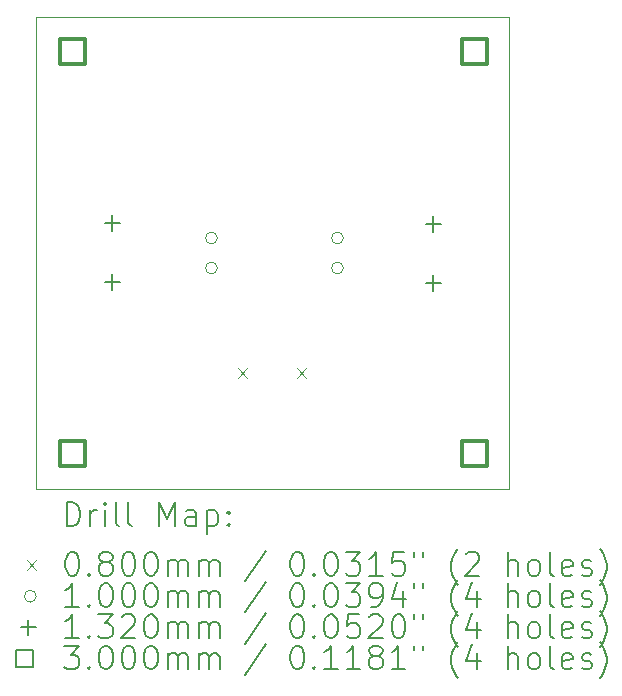
<source format=gbr>
%FSLAX45Y45*%
G04 Gerber Fmt 4.5, Leading zero omitted, Abs format (unit mm)*
G04 Created by KiCad (PCBNEW (6.0.2)) date 2022-04-05 13:45:07*
%MOMM*%
%LPD*%
G01*
G04 APERTURE LIST*
%TA.AperFunction,Profile*%
%ADD10C,0.050000*%
%TD*%
%ADD11C,0.200000*%
%ADD12C,0.080000*%
%ADD13C,0.100000*%
%ADD14C,0.132000*%
%ADD15C,0.300000*%
G04 APERTURE END LIST*
D10*
X14000000Y-10000000D02*
X14000000Y-14000000D01*
X10000000Y-10000000D02*
X10000000Y-14000000D01*
X10000000Y-10000000D02*
X14000000Y-10000000D01*
X10000000Y-14000000D02*
X14000000Y-14000000D01*
D11*
D12*
X11702800Y-12977500D02*
X11782800Y-13057500D01*
X11782800Y-12977500D02*
X11702800Y-13057500D01*
X12202800Y-12977500D02*
X12282800Y-13057500D01*
X12282800Y-12977500D02*
X12202800Y-13057500D01*
D13*
X11530800Y-11874500D02*
G75*
G03*
X11530800Y-11874500I-50000J0D01*
G01*
X11530800Y-12128500D02*
G75*
G03*
X11530800Y-12128500I-50000J0D01*
G01*
X12597600Y-11874500D02*
G75*
G03*
X12597600Y-11874500I-50000J0D01*
G01*
X12597600Y-12128500D02*
G75*
G03*
X12597600Y-12128500I-50000J0D01*
G01*
D14*
X10642600Y-11681500D02*
X10642600Y-11813500D01*
X10576600Y-11747500D02*
X10708600Y-11747500D01*
X10642600Y-12181500D02*
X10642600Y-12313500D01*
X10576600Y-12247500D02*
X10708600Y-12247500D01*
X13360400Y-11689500D02*
X13360400Y-11821500D01*
X13294400Y-11755500D02*
X13426400Y-11755500D01*
X13360400Y-12189500D02*
X13360400Y-12321500D01*
X13294400Y-12255500D02*
X13426400Y-12255500D01*
D15*
X10410867Y-10397667D02*
X10410867Y-10185533D01*
X10198733Y-10185533D01*
X10198733Y-10397667D01*
X10410867Y-10397667D01*
X10410867Y-13801267D02*
X10410867Y-13589133D01*
X10198733Y-13589133D01*
X10198733Y-13801267D01*
X10410867Y-13801267D01*
X13814467Y-10397667D02*
X13814467Y-10185533D01*
X13602333Y-10185533D01*
X13602333Y-10397667D01*
X13814467Y-10397667D01*
X13814467Y-13801267D02*
X13814467Y-13589133D01*
X13602333Y-13589133D01*
X13602333Y-13801267D01*
X13814467Y-13801267D01*
D11*
X10255119Y-14312976D02*
X10255119Y-14112976D01*
X10302738Y-14112976D01*
X10331310Y-14122500D01*
X10350357Y-14141548D01*
X10359881Y-14160595D01*
X10369405Y-14198690D01*
X10369405Y-14227262D01*
X10359881Y-14265357D01*
X10350357Y-14284405D01*
X10331310Y-14303452D01*
X10302738Y-14312976D01*
X10255119Y-14312976D01*
X10455119Y-14312976D02*
X10455119Y-14179643D01*
X10455119Y-14217738D02*
X10464643Y-14198690D01*
X10474167Y-14189167D01*
X10493214Y-14179643D01*
X10512262Y-14179643D01*
X10578929Y-14312976D02*
X10578929Y-14179643D01*
X10578929Y-14112976D02*
X10569405Y-14122500D01*
X10578929Y-14132024D01*
X10588452Y-14122500D01*
X10578929Y-14112976D01*
X10578929Y-14132024D01*
X10702738Y-14312976D02*
X10683690Y-14303452D01*
X10674167Y-14284405D01*
X10674167Y-14112976D01*
X10807500Y-14312976D02*
X10788452Y-14303452D01*
X10778929Y-14284405D01*
X10778929Y-14112976D01*
X11036071Y-14312976D02*
X11036071Y-14112976D01*
X11102738Y-14255833D01*
X11169405Y-14112976D01*
X11169405Y-14312976D01*
X11350357Y-14312976D02*
X11350357Y-14208214D01*
X11340833Y-14189167D01*
X11321786Y-14179643D01*
X11283690Y-14179643D01*
X11264643Y-14189167D01*
X11350357Y-14303452D02*
X11331309Y-14312976D01*
X11283690Y-14312976D01*
X11264643Y-14303452D01*
X11255119Y-14284405D01*
X11255119Y-14265357D01*
X11264643Y-14246309D01*
X11283690Y-14236786D01*
X11331309Y-14236786D01*
X11350357Y-14227262D01*
X11445595Y-14179643D02*
X11445595Y-14379643D01*
X11445595Y-14189167D02*
X11464643Y-14179643D01*
X11502738Y-14179643D01*
X11521786Y-14189167D01*
X11531309Y-14198690D01*
X11540833Y-14217738D01*
X11540833Y-14274881D01*
X11531309Y-14293928D01*
X11521786Y-14303452D01*
X11502738Y-14312976D01*
X11464643Y-14312976D01*
X11445595Y-14303452D01*
X11626548Y-14293928D02*
X11636071Y-14303452D01*
X11626548Y-14312976D01*
X11617024Y-14303452D01*
X11626548Y-14293928D01*
X11626548Y-14312976D01*
X11626548Y-14189167D02*
X11636071Y-14198690D01*
X11626548Y-14208214D01*
X11617024Y-14198690D01*
X11626548Y-14189167D01*
X11626548Y-14208214D01*
D12*
X9917500Y-14602500D02*
X9997500Y-14682500D01*
X9997500Y-14602500D02*
X9917500Y-14682500D01*
D11*
X10293214Y-14532976D02*
X10312262Y-14532976D01*
X10331310Y-14542500D01*
X10340833Y-14552024D01*
X10350357Y-14571071D01*
X10359881Y-14609167D01*
X10359881Y-14656786D01*
X10350357Y-14694881D01*
X10340833Y-14713928D01*
X10331310Y-14723452D01*
X10312262Y-14732976D01*
X10293214Y-14732976D01*
X10274167Y-14723452D01*
X10264643Y-14713928D01*
X10255119Y-14694881D01*
X10245595Y-14656786D01*
X10245595Y-14609167D01*
X10255119Y-14571071D01*
X10264643Y-14552024D01*
X10274167Y-14542500D01*
X10293214Y-14532976D01*
X10445595Y-14713928D02*
X10455119Y-14723452D01*
X10445595Y-14732976D01*
X10436071Y-14723452D01*
X10445595Y-14713928D01*
X10445595Y-14732976D01*
X10569405Y-14618690D02*
X10550357Y-14609167D01*
X10540833Y-14599643D01*
X10531310Y-14580595D01*
X10531310Y-14571071D01*
X10540833Y-14552024D01*
X10550357Y-14542500D01*
X10569405Y-14532976D01*
X10607500Y-14532976D01*
X10626548Y-14542500D01*
X10636071Y-14552024D01*
X10645595Y-14571071D01*
X10645595Y-14580595D01*
X10636071Y-14599643D01*
X10626548Y-14609167D01*
X10607500Y-14618690D01*
X10569405Y-14618690D01*
X10550357Y-14628214D01*
X10540833Y-14637738D01*
X10531310Y-14656786D01*
X10531310Y-14694881D01*
X10540833Y-14713928D01*
X10550357Y-14723452D01*
X10569405Y-14732976D01*
X10607500Y-14732976D01*
X10626548Y-14723452D01*
X10636071Y-14713928D01*
X10645595Y-14694881D01*
X10645595Y-14656786D01*
X10636071Y-14637738D01*
X10626548Y-14628214D01*
X10607500Y-14618690D01*
X10769405Y-14532976D02*
X10788452Y-14532976D01*
X10807500Y-14542500D01*
X10817024Y-14552024D01*
X10826548Y-14571071D01*
X10836071Y-14609167D01*
X10836071Y-14656786D01*
X10826548Y-14694881D01*
X10817024Y-14713928D01*
X10807500Y-14723452D01*
X10788452Y-14732976D01*
X10769405Y-14732976D01*
X10750357Y-14723452D01*
X10740833Y-14713928D01*
X10731310Y-14694881D01*
X10721786Y-14656786D01*
X10721786Y-14609167D01*
X10731310Y-14571071D01*
X10740833Y-14552024D01*
X10750357Y-14542500D01*
X10769405Y-14532976D01*
X10959881Y-14532976D02*
X10978929Y-14532976D01*
X10997976Y-14542500D01*
X11007500Y-14552024D01*
X11017024Y-14571071D01*
X11026548Y-14609167D01*
X11026548Y-14656786D01*
X11017024Y-14694881D01*
X11007500Y-14713928D01*
X10997976Y-14723452D01*
X10978929Y-14732976D01*
X10959881Y-14732976D01*
X10940833Y-14723452D01*
X10931310Y-14713928D01*
X10921786Y-14694881D01*
X10912262Y-14656786D01*
X10912262Y-14609167D01*
X10921786Y-14571071D01*
X10931310Y-14552024D01*
X10940833Y-14542500D01*
X10959881Y-14532976D01*
X11112262Y-14732976D02*
X11112262Y-14599643D01*
X11112262Y-14618690D02*
X11121786Y-14609167D01*
X11140833Y-14599643D01*
X11169405Y-14599643D01*
X11188452Y-14609167D01*
X11197976Y-14628214D01*
X11197976Y-14732976D01*
X11197976Y-14628214D02*
X11207500Y-14609167D01*
X11226548Y-14599643D01*
X11255119Y-14599643D01*
X11274167Y-14609167D01*
X11283690Y-14628214D01*
X11283690Y-14732976D01*
X11378928Y-14732976D02*
X11378928Y-14599643D01*
X11378928Y-14618690D02*
X11388452Y-14609167D01*
X11407500Y-14599643D01*
X11436071Y-14599643D01*
X11455119Y-14609167D01*
X11464643Y-14628214D01*
X11464643Y-14732976D01*
X11464643Y-14628214D02*
X11474167Y-14609167D01*
X11493214Y-14599643D01*
X11521786Y-14599643D01*
X11540833Y-14609167D01*
X11550357Y-14628214D01*
X11550357Y-14732976D01*
X11940833Y-14523452D02*
X11769405Y-14780595D01*
X12197976Y-14532976D02*
X12217024Y-14532976D01*
X12236071Y-14542500D01*
X12245595Y-14552024D01*
X12255119Y-14571071D01*
X12264643Y-14609167D01*
X12264643Y-14656786D01*
X12255119Y-14694881D01*
X12245595Y-14713928D01*
X12236071Y-14723452D01*
X12217024Y-14732976D01*
X12197976Y-14732976D01*
X12178928Y-14723452D01*
X12169405Y-14713928D01*
X12159881Y-14694881D01*
X12150357Y-14656786D01*
X12150357Y-14609167D01*
X12159881Y-14571071D01*
X12169405Y-14552024D01*
X12178928Y-14542500D01*
X12197976Y-14532976D01*
X12350357Y-14713928D02*
X12359881Y-14723452D01*
X12350357Y-14732976D01*
X12340833Y-14723452D01*
X12350357Y-14713928D01*
X12350357Y-14732976D01*
X12483690Y-14532976D02*
X12502738Y-14532976D01*
X12521786Y-14542500D01*
X12531309Y-14552024D01*
X12540833Y-14571071D01*
X12550357Y-14609167D01*
X12550357Y-14656786D01*
X12540833Y-14694881D01*
X12531309Y-14713928D01*
X12521786Y-14723452D01*
X12502738Y-14732976D01*
X12483690Y-14732976D01*
X12464643Y-14723452D01*
X12455119Y-14713928D01*
X12445595Y-14694881D01*
X12436071Y-14656786D01*
X12436071Y-14609167D01*
X12445595Y-14571071D01*
X12455119Y-14552024D01*
X12464643Y-14542500D01*
X12483690Y-14532976D01*
X12617024Y-14532976D02*
X12740833Y-14532976D01*
X12674167Y-14609167D01*
X12702738Y-14609167D01*
X12721786Y-14618690D01*
X12731309Y-14628214D01*
X12740833Y-14647262D01*
X12740833Y-14694881D01*
X12731309Y-14713928D01*
X12721786Y-14723452D01*
X12702738Y-14732976D01*
X12645595Y-14732976D01*
X12626548Y-14723452D01*
X12617024Y-14713928D01*
X12931309Y-14732976D02*
X12817024Y-14732976D01*
X12874167Y-14732976D02*
X12874167Y-14532976D01*
X12855119Y-14561548D01*
X12836071Y-14580595D01*
X12817024Y-14590119D01*
X13112262Y-14532976D02*
X13017024Y-14532976D01*
X13007500Y-14628214D01*
X13017024Y-14618690D01*
X13036071Y-14609167D01*
X13083690Y-14609167D01*
X13102738Y-14618690D01*
X13112262Y-14628214D01*
X13121786Y-14647262D01*
X13121786Y-14694881D01*
X13112262Y-14713928D01*
X13102738Y-14723452D01*
X13083690Y-14732976D01*
X13036071Y-14732976D01*
X13017024Y-14723452D01*
X13007500Y-14713928D01*
X13197976Y-14532976D02*
X13197976Y-14571071D01*
X13274167Y-14532976D02*
X13274167Y-14571071D01*
X13569405Y-14809167D02*
X13559881Y-14799643D01*
X13540833Y-14771071D01*
X13531309Y-14752024D01*
X13521786Y-14723452D01*
X13512262Y-14675833D01*
X13512262Y-14637738D01*
X13521786Y-14590119D01*
X13531309Y-14561548D01*
X13540833Y-14542500D01*
X13559881Y-14513928D01*
X13569405Y-14504405D01*
X13636071Y-14552024D02*
X13645595Y-14542500D01*
X13664643Y-14532976D01*
X13712262Y-14532976D01*
X13731309Y-14542500D01*
X13740833Y-14552024D01*
X13750357Y-14571071D01*
X13750357Y-14590119D01*
X13740833Y-14618690D01*
X13626548Y-14732976D01*
X13750357Y-14732976D01*
X13988452Y-14732976D02*
X13988452Y-14532976D01*
X14074167Y-14732976D02*
X14074167Y-14628214D01*
X14064643Y-14609167D01*
X14045595Y-14599643D01*
X14017024Y-14599643D01*
X13997976Y-14609167D01*
X13988452Y-14618690D01*
X14197976Y-14732976D02*
X14178928Y-14723452D01*
X14169405Y-14713928D01*
X14159881Y-14694881D01*
X14159881Y-14637738D01*
X14169405Y-14618690D01*
X14178928Y-14609167D01*
X14197976Y-14599643D01*
X14226548Y-14599643D01*
X14245595Y-14609167D01*
X14255119Y-14618690D01*
X14264643Y-14637738D01*
X14264643Y-14694881D01*
X14255119Y-14713928D01*
X14245595Y-14723452D01*
X14226548Y-14732976D01*
X14197976Y-14732976D01*
X14378928Y-14732976D02*
X14359881Y-14723452D01*
X14350357Y-14704405D01*
X14350357Y-14532976D01*
X14531309Y-14723452D02*
X14512262Y-14732976D01*
X14474167Y-14732976D01*
X14455119Y-14723452D01*
X14445595Y-14704405D01*
X14445595Y-14628214D01*
X14455119Y-14609167D01*
X14474167Y-14599643D01*
X14512262Y-14599643D01*
X14531309Y-14609167D01*
X14540833Y-14628214D01*
X14540833Y-14647262D01*
X14445595Y-14666309D01*
X14617024Y-14723452D02*
X14636071Y-14732976D01*
X14674167Y-14732976D01*
X14693214Y-14723452D01*
X14702738Y-14704405D01*
X14702738Y-14694881D01*
X14693214Y-14675833D01*
X14674167Y-14666309D01*
X14645595Y-14666309D01*
X14626548Y-14656786D01*
X14617024Y-14637738D01*
X14617024Y-14628214D01*
X14626548Y-14609167D01*
X14645595Y-14599643D01*
X14674167Y-14599643D01*
X14693214Y-14609167D01*
X14769405Y-14809167D02*
X14778928Y-14799643D01*
X14797976Y-14771071D01*
X14807500Y-14752024D01*
X14817024Y-14723452D01*
X14826548Y-14675833D01*
X14826548Y-14637738D01*
X14817024Y-14590119D01*
X14807500Y-14561548D01*
X14797976Y-14542500D01*
X14778928Y-14513928D01*
X14769405Y-14504405D01*
D13*
X9997500Y-14906500D02*
G75*
G03*
X9997500Y-14906500I-50000J0D01*
G01*
D11*
X10359881Y-14996976D02*
X10245595Y-14996976D01*
X10302738Y-14996976D02*
X10302738Y-14796976D01*
X10283690Y-14825548D01*
X10264643Y-14844595D01*
X10245595Y-14854119D01*
X10445595Y-14977928D02*
X10455119Y-14987452D01*
X10445595Y-14996976D01*
X10436071Y-14987452D01*
X10445595Y-14977928D01*
X10445595Y-14996976D01*
X10578929Y-14796976D02*
X10597976Y-14796976D01*
X10617024Y-14806500D01*
X10626548Y-14816024D01*
X10636071Y-14835071D01*
X10645595Y-14873167D01*
X10645595Y-14920786D01*
X10636071Y-14958881D01*
X10626548Y-14977928D01*
X10617024Y-14987452D01*
X10597976Y-14996976D01*
X10578929Y-14996976D01*
X10559881Y-14987452D01*
X10550357Y-14977928D01*
X10540833Y-14958881D01*
X10531310Y-14920786D01*
X10531310Y-14873167D01*
X10540833Y-14835071D01*
X10550357Y-14816024D01*
X10559881Y-14806500D01*
X10578929Y-14796976D01*
X10769405Y-14796976D02*
X10788452Y-14796976D01*
X10807500Y-14806500D01*
X10817024Y-14816024D01*
X10826548Y-14835071D01*
X10836071Y-14873167D01*
X10836071Y-14920786D01*
X10826548Y-14958881D01*
X10817024Y-14977928D01*
X10807500Y-14987452D01*
X10788452Y-14996976D01*
X10769405Y-14996976D01*
X10750357Y-14987452D01*
X10740833Y-14977928D01*
X10731310Y-14958881D01*
X10721786Y-14920786D01*
X10721786Y-14873167D01*
X10731310Y-14835071D01*
X10740833Y-14816024D01*
X10750357Y-14806500D01*
X10769405Y-14796976D01*
X10959881Y-14796976D02*
X10978929Y-14796976D01*
X10997976Y-14806500D01*
X11007500Y-14816024D01*
X11017024Y-14835071D01*
X11026548Y-14873167D01*
X11026548Y-14920786D01*
X11017024Y-14958881D01*
X11007500Y-14977928D01*
X10997976Y-14987452D01*
X10978929Y-14996976D01*
X10959881Y-14996976D01*
X10940833Y-14987452D01*
X10931310Y-14977928D01*
X10921786Y-14958881D01*
X10912262Y-14920786D01*
X10912262Y-14873167D01*
X10921786Y-14835071D01*
X10931310Y-14816024D01*
X10940833Y-14806500D01*
X10959881Y-14796976D01*
X11112262Y-14996976D02*
X11112262Y-14863643D01*
X11112262Y-14882690D02*
X11121786Y-14873167D01*
X11140833Y-14863643D01*
X11169405Y-14863643D01*
X11188452Y-14873167D01*
X11197976Y-14892214D01*
X11197976Y-14996976D01*
X11197976Y-14892214D02*
X11207500Y-14873167D01*
X11226548Y-14863643D01*
X11255119Y-14863643D01*
X11274167Y-14873167D01*
X11283690Y-14892214D01*
X11283690Y-14996976D01*
X11378928Y-14996976D02*
X11378928Y-14863643D01*
X11378928Y-14882690D02*
X11388452Y-14873167D01*
X11407500Y-14863643D01*
X11436071Y-14863643D01*
X11455119Y-14873167D01*
X11464643Y-14892214D01*
X11464643Y-14996976D01*
X11464643Y-14892214D02*
X11474167Y-14873167D01*
X11493214Y-14863643D01*
X11521786Y-14863643D01*
X11540833Y-14873167D01*
X11550357Y-14892214D01*
X11550357Y-14996976D01*
X11940833Y-14787452D02*
X11769405Y-15044595D01*
X12197976Y-14796976D02*
X12217024Y-14796976D01*
X12236071Y-14806500D01*
X12245595Y-14816024D01*
X12255119Y-14835071D01*
X12264643Y-14873167D01*
X12264643Y-14920786D01*
X12255119Y-14958881D01*
X12245595Y-14977928D01*
X12236071Y-14987452D01*
X12217024Y-14996976D01*
X12197976Y-14996976D01*
X12178928Y-14987452D01*
X12169405Y-14977928D01*
X12159881Y-14958881D01*
X12150357Y-14920786D01*
X12150357Y-14873167D01*
X12159881Y-14835071D01*
X12169405Y-14816024D01*
X12178928Y-14806500D01*
X12197976Y-14796976D01*
X12350357Y-14977928D02*
X12359881Y-14987452D01*
X12350357Y-14996976D01*
X12340833Y-14987452D01*
X12350357Y-14977928D01*
X12350357Y-14996976D01*
X12483690Y-14796976D02*
X12502738Y-14796976D01*
X12521786Y-14806500D01*
X12531309Y-14816024D01*
X12540833Y-14835071D01*
X12550357Y-14873167D01*
X12550357Y-14920786D01*
X12540833Y-14958881D01*
X12531309Y-14977928D01*
X12521786Y-14987452D01*
X12502738Y-14996976D01*
X12483690Y-14996976D01*
X12464643Y-14987452D01*
X12455119Y-14977928D01*
X12445595Y-14958881D01*
X12436071Y-14920786D01*
X12436071Y-14873167D01*
X12445595Y-14835071D01*
X12455119Y-14816024D01*
X12464643Y-14806500D01*
X12483690Y-14796976D01*
X12617024Y-14796976D02*
X12740833Y-14796976D01*
X12674167Y-14873167D01*
X12702738Y-14873167D01*
X12721786Y-14882690D01*
X12731309Y-14892214D01*
X12740833Y-14911262D01*
X12740833Y-14958881D01*
X12731309Y-14977928D01*
X12721786Y-14987452D01*
X12702738Y-14996976D01*
X12645595Y-14996976D01*
X12626548Y-14987452D01*
X12617024Y-14977928D01*
X12836071Y-14996976D02*
X12874167Y-14996976D01*
X12893214Y-14987452D01*
X12902738Y-14977928D01*
X12921786Y-14949357D01*
X12931309Y-14911262D01*
X12931309Y-14835071D01*
X12921786Y-14816024D01*
X12912262Y-14806500D01*
X12893214Y-14796976D01*
X12855119Y-14796976D01*
X12836071Y-14806500D01*
X12826548Y-14816024D01*
X12817024Y-14835071D01*
X12817024Y-14882690D01*
X12826548Y-14901738D01*
X12836071Y-14911262D01*
X12855119Y-14920786D01*
X12893214Y-14920786D01*
X12912262Y-14911262D01*
X12921786Y-14901738D01*
X12931309Y-14882690D01*
X13102738Y-14863643D02*
X13102738Y-14996976D01*
X13055119Y-14787452D02*
X13007500Y-14930309D01*
X13131309Y-14930309D01*
X13197976Y-14796976D02*
X13197976Y-14835071D01*
X13274167Y-14796976D02*
X13274167Y-14835071D01*
X13569405Y-15073167D02*
X13559881Y-15063643D01*
X13540833Y-15035071D01*
X13531309Y-15016024D01*
X13521786Y-14987452D01*
X13512262Y-14939833D01*
X13512262Y-14901738D01*
X13521786Y-14854119D01*
X13531309Y-14825548D01*
X13540833Y-14806500D01*
X13559881Y-14777928D01*
X13569405Y-14768405D01*
X13731309Y-14863643D02*
X13731309Y-14996976D01*
X13683690Y-14787452D02*
X13636071Y-14930309D01*
X13759881Y-14930309D01*
X13988452Y-14996976D02*
X13988452Y-14796976D01*
X14074167Y-14996976D02*
X14074167Y-14892214D01*
X14064643Y-14873167D01*
X14045595Y-14863643D01*
X14017024Y-14863643D01*
X13997976Y-14873167D01*
X13988452Y-14882690D01*
X14197976Y-14996976D02*
X14178928Y-14987452D01*
X14169405Y-14977928D01*
X14159881Y-14958881D01*
X14159881Y-14901738D01*
X14169405Y-14882690D01*
X14178928Y-14873167D01*
X14197976Y-14863643D01*
X14226548Y-14863643D01*
X14245595Y-14873167D01*
X14255119Y-14882690D01*
X14264643Y-14901738D01*
X14264643Y-14958881D01*
X14255119Y-14977928D01*
X14245595Y-14987452D01*
X14226548Y-14996976D01*
X14197976Y-14996976D01*
X14378928Y-14996976D02*
X14359881Y-14987452D01*
X14350357Y-14968405D01*
X14350357Y-14796976D01*
X14531309Y-14987452D02*
X14512262Y-14996976D01*
X14474167Y-14996976D01*
X14455119Y-14987452D01*
X14445595Y-14968405D01*
X14445595Y-14892214D01*
X14455119Y-14873167D01*
X14474167Y-14863643D01*
X14512262Y-14863643D01*
X14531309Y-14873167D01*
X14540833Y-14892214D01*
X14540833Y-14911262D01*
X14445595Y-14930309D01*
X14617024Y-14987452D02*
X14636071Y-14996976D01*
X14674167Y-14996976D01*
X14693214Y-14987452D01*
X14702738Y-14968405D01*
X14702738Y-14958881D01*
X14693214Y-14939833D01*
X14674167Y-14930309D01*
X14645595Y-14930309D01*
X14626548Y-14920786D01*
X14617024Y-14901738D01*
X14617024Y-14892214D01*
X14626548Y-14873167D01*
X14645595Y-14863643D01*
X14674167Y-14863643D01*
X14693214Y-14873167D01*
X14769405Y-15073167D02*
X14778928Y-15063643D01*
X14797976Y-15035071D01*
X14807500Y-15016024D01*
X14817024Y-14987452D01*
X14826548Y-14939833D01*
X14826548Y-14901738D01*
X14817024Y-14854119D01*
X14807500Y-14825548D01*
X14797976Y-14806500D01*
X14778928Y-14777928D01*
X14769405Y-14768405D01*
D14*
X9931500Y-15104500D02*
X9931500Y-15236500D01*
X9865500Y-15170500D02*
X9997500Y-15170500D01*
D11*
X10359881Y-15260976D02*
X10245595Y-15260976D01*
X10302738Y-15260976D02*
X10302738Y-15060976D01*
X10283690Y-15089548D01*
X10264643Y-15108595D01*
X10245595Y-15118119D01*
X10445595Y-15241928D02*
X10455119Y-15251452D01*
X10445595Y-15260976D01*
X10436071Y-15251452D01*
X10445595Y-15241928D01*
X10445595Y-15260976D01*
X10521786Y-15060976D02*
X10645595Y-15060976D01*
X10578929Y-15137167D01*
X10607500Y-15137167D01*
X10626548Y-15146690D01*
X10636071Y-15156214D01*
X10645595Y-15175262D01*
X10645595Y-15222881D01*
X10636071Y-15241928D01*
X10626548Y-15251452D01*
X10607500Y-15260976D01*
X10550357Y-15260976D01*
X10531310Y-15251452D01*
X10521786Y-15241928D01*
X10721786Y-15080024D02*
X10731310Y-15070500D01*
X10750357Y-15060976D01*
X10797976Y-15060976D01*
X10817024Y-15070500D01*
X10826548Y-15080024D01*
X10836071Y-15099071D01*
X10836071Y-15118119D01*
X10826548Y-15146690D01*
X10712262Y-15260976D01*
X10836071Y-15260976D01*
X10959881Y-15060976D02*
X10978929Y-15060976D01*
X10997976Y-15070500D01*
X11007500Y-15080024D01*
X11017024Y-15099071D01*
X11026548Y-15137167D01*
X11026548Y-15184786D01*
X11017024Y-15222881D01*
X11007500Y-15241928D01*
X10997976Y-15251452D01*
X10978929Y-15260976D01*
X10959881Y-15260976D01*
X10940833Y-15251452D01*
X10931310Y-15241928D01*
X10921786Y-15222881D01*
X10912262Y-15184786D01*
X10912262Y-15137167D01*
X10921786Y-15099071D01*
X10931310Y-15080024D01*
X10940833Y-15070500D01*
X10959881Y-15060976D01*
X11112262Y-15260976D02*
X11112262Y-15127643D01*
X11112262Y-15146690D02*
X11121786Y-15137167D01*
X11140833Y-15127643D01*
X11169405Y-15127643D01*
X11188452Y-15137167D01*
X11197976Y-15156214D01*
X11197976Y-15260976D01*
X11197976Y-15156214D02*
X11207500Y-15137167D01*
X11226548Y-15127643D01*
X11255119Y-15127643D01*
X11274167Y-15137167D01*
X11283690Y-15156214D01*
X11283690Y-15260976D01*
X11378928Y-15260976D02*
X11378928Y-15127643D01*
X11378928Y-15146690D02*
X11388452Y-15137167D01*
X11407500Y-15127643D01*
X11436071Y-15127643D01*
X11455119Y-15137167D01*
X11464643Y-15156214D01*
X11464643Y-15260976D01*
X11464643Y-15156214D02*
X11474167Y-15137167D01*
X11493214Y-15127643D01*
X11521786Y-15127643D01*
X11540833Y-15137167D01*
X11550357Y-15156214D01*
X11550357Y-15260976D01*
X11940833Y-15051452D02*
X11769405Y-15308595D01*
X12197976Y-15060976D02*
X12217024Y-15060976D01*
X12236071Y-15070500D01*
X12245595Y-15080024D01*
X12255119Y-15099071D01*
X12264643Y-15137167D01*
X12264643Y-15184786D01*
X12255119Y-15222881D01*
X12245595Y-15241928D01*
X12236071Y-15251452D01*
X12217024Y-15260976D01*
X12197976Y-15260976D01*
X12178928Y-15251452D01*
X12169405Y-15241928D01*
X12159881Y-15222881D01*
X12150357Y-15184786D01*
X12150357Y-15137167D01*
X12159881Y-15099071D01*
X12169405Y-15080024D01*
X12178928Y-15070500D01*
X12197976Y-15060976D01*
X12350357Y-15241928D02*
X12359881Y-15251452D01*
X12350357Y-15260976D01*
X12340833Y-15251452D01*
X12350357Y-15241928D01*
X12350357Y-15260976D01*
X12483690Y-15060976D02*
X12502738Y-15060976D01*
X12521786Y-15070500D01*
X12531309Y-15080024D01*
X12540833Y-15099071D01*
X12550357Y-15137167D01*
X12550357Y-15184786D01*
X12540833Y-15222881D01*
X12531309Y-15241928D01*
X12521786Y-15251452D01*
X12502738Y-15260976D01*
X12483690Y-15260976D01*
X12464643Y-15251452D01*
X12455119Y-15241928D01*
X12445595Y-15222881D01*
X12436071Y-15184786D01*
X12436071Y-15137167D01*
X12445595Y-15099071D01*
X12455119Y-15080024D01*
X12464643Y-15070500D01*
X12483690Y-15060976D01*
X12731309Y-15060976D02*
X12636071Y-15060976D01*
X12626548Y-15156214D01*
X12636071Y-15146690D01*
X12655119Y-15137167D01*
X12702738Y-15137167D01*
X12721786Y-15146690D01*
X12731309Y-15156214D01*
X12740833Y-15175262D01*
X12740833Y-15222881D01*
X12731309Y-15241928D01*
X12721786Y-15251452D01*
X12702738Y-15260976D01*
X12655119Y-15260976D01*
X12636071Y-15251452D01*
X12626548Y-15241928D01*
X12817024Y-15080024D02*
X12826548Y-15070500D01*
X12845595Y-15060976D01*
X12893214Y-15060976D01*
X12912262Y-15070500D01*
X12921786Y-15080024D01*
X12931309Y-15099071D01*
X12931309Y-15118119D01*
X12921786Y-15146690D01*
X12807500Y-15260976D01*
X12931309Y-15260976D01*
X13055119Y-15060976D02*
X13074167Y-15060976D01*
X13093214Y-15070500D01*
X13102738Y-15080024D01*
X13112262Y-15099071D01*
X13121786Y-15137167D01*
X13121786Y-15184786D01*
X13112262Y-15222881D01*
X13102738Y-15241928D01*
X13093214Y-15251452D01*
X13074167Y-15260976D01*
X13055119Y-15260976D01*
X13036071Y-15251452D01*
X13026548Y-15241928D01*
X13017024Y-15222881D01*
X13007500Y-15184786D01*
X13007500Y-15137167D01*
X13017024Y-15099071D01*
X13026548Y-15080024D01*
X13036071Y-15070500D01*
X13055119Y-15060976D01*
X13197976Y-15060976D02*
X13197976Y-15099071D01*
X13274167Y-15060976D02*
X13274167Y-15099071D01*
X13569405Y-15337167D02*
X13559881Y-15327643D01*
X13540833Y-15299071D01*
X13531309Y-15280024D01*
X13521786Y-15251452D01*
X13512262Y-15203833D01*
X13512262Y-15165738D01*
X13521786Y-15118119D01*
X13531309Y-15089548D01*
X13540833Y-15070500D01*
X13559881Y-15041928D01*
X13569405Y-15032405D01*
X13731309Y-15127643D02*
X13731309Y-15260976D01*
X13683690Y-15051452D02*
X13636071Y-15194309D01*
X13759881Y-15194309D01*
X13988452Y-15260976D02*
X13988452Y-15060976D01*
X14074167Y-15260976D02*
X14074167Y-15156214D01*
X14064643Y-15137167D01*
X14045595Y-15127643D01*
X14017024Y-15127643D01*
X13997976Y-15137167D01*
X13988452Y-15146690D01*
X14197976Y-15260976D02*
X14178928Y-15251452D01*
X14169405Y-15241928D01*
X14159881Y-15222881D01*
X14159881Y-15165738D01*
X14169405Y-15146690D01*
X14178928Y-15137167D01*
X14197976Y-15127643D01*
X14226548Y-15127643D01*
X14245595Y-15137167D01*
X14255119Y-15146690D01*
X14264643Y-15165738D01*
X14264643Y-15222881D01*
X14255119Y-15241928D01*
X14245595Y-15251452D01*
X14226548Y-15260976D01*
X14197976Y-15260976D01*
X14378928Y-15260976D02*
X14359881Y-15251452D01*
X14350357Y-15232405D01*
X14350357Y-15060976D01*
X14531309Y-15251452D02*
X14512262Y-15260976D01*
X14474167Y-15260976D01*
X14455119Y-15251452D01*
X14445595Y-15232405D01*
X14445595Y-15156214D01*
X14455119Y-15137167D01*
X14474167Y-15127643D01*
X14512262Y-15127643D01*
X14531309Y-15137167D01*
X14540833Y-15156214D01*
X14540833Y-15175262D01*
X14445595Y-15194309D01*
X14617024Y-15251452D02*
X14636071Y-15260976D01*
X14674167Y-15260976D01*
X14693214Y-15251452D01*
X14702738Y-15232405D01*
X14702738Y-15222881D01*
X14693214Y-15203833D01*
X14674167Y-15194309D01*
X14645595Y-15194309D01*
X14626548Y-15184786D01*
X14617024Y-15165738D01*
X14617024Y-15156214D01*
X14626548Y-15137167D01*
X14645595Y-15127643D01*
X14674167Y-15127643D01*
X14693214Y-15137167D01*
X14769405Y-15337167D02*
X14778928Y-15327643D01*
X14797976Y-15299071D01*
X14807500Y-15280024D01*
X14817024Y-15251452D01*
X14826548Y-15203833D01*
X14826548Y-15165738D01*
X14817024Y-15118119D01*
X14807500Y-15089548D01*
X14797976Y-15070500D01*
X14778928Y-15041928D01*
X14769405Y-15032405D01*
X9968211Y-15505211D02*
X9968211Y-15363789D01*
X9826789Y-15363789D01*
X9826789Y-15505211D01*
X9968211Y-15505211D01*
X10236071Y-15324976D02*
X10359881Y-15324976D01*
X10293214Y-15401167D01*
X10321786Y-15401167D01*
X10340833Y-15410690D01*
X10350357Y-15420214D01*
X10359881Y-15439262D01*
X10359881Y-15486881D01*
X10350357Y-15505928D01*
X10340833Y-15515452D01*
X10321786Y-15524976D01*
X10264643Y-15524976D01*
X10245595Y-15515452D01*
X10236071Y-15505928D01*
X10445595Y-15505928D02*
X10455119Y-15515452D01*
X10445595Y-15524976D01*
X10436071Y-15515452D01*
X10445595Y-15505928D01*
X10445595Y-15524976D01*
X10578929Y-15324976D02*
X10597976Y-15324976D01*
X10617024Y-15334500D01*
X10626548Y-15344024D01*
X10636071Y-15363071D01*
X10645595Y-15401167D01*
X10645595Y-15448786D01*
X10636071Y-15486881D01*
X10626548Y-15505928D01*
X10617024Y-15515452D01*
X10597976Y-15524976D01*
X10578929Y-15524976D01*
X10559881Y-15515452D01*
X10550357Y-15505928D01*
X10540833Y-15486881D01*
X10531310Y-15448786D01*
X10531310Y-15401167D01*
X10540833Y-15363071D01*
X10550357Y-15344024D01*
X10559881Y-15334500D01*
X10578929Y-15324976D01*
X10769405Y-15324976D02*
X10788452Y-15324976D01*
X10807500Y-15334500D01*
X10817024Y-15344024D01*
X10826548Y-15363071D01*
X10836071Y-15401167D01*
X10836071Y-15448786D01*
X10826548Y-15486881D01*
X10817024Y-15505928D01*
X10807500Y-15515452D01*
X10788452Y-15524976D01*
X10769405Y-15524976D01*
X10750357Y-15515452D01*
X10740833Y-15505928D01*
X10731310Y-15486881D01*
X10721786Y-15448786D01*
X10721786Y-15401167D01*
X10731310Y-15363071D01*
X10740833Y-15344024D01*
X10750357Y-15334500D01*
X10769405Y-15324976D01*
X10959881Y-15324976D02*
X10978929Y-15324976D01*
X10997976Y-15334500D01*
X11007500Y-15344024D01*
X11017024Y-15363071D01*
X11026548Y-15401167D01*
X11026548Y-15448786D01*
X11017024Y-15486881D01*
X11007500Y-15505928D01*
X10997976Y-15515452D01*
X10978929Y-15524976D01*
X10959881Y-15524976D01*
X10940833Y-15515452D01*
X10931310Y-15505928D01*
X10921786Y-15486881D01*
X10912262Y-15448786D01*
X10912262Y-15401167D01*
X10921786Y-15363071D01*
X10931310Y-15344024D01*
X10940833Y-15334500D01*
X10959881Y-15324976D01*
X11112262Y-15524976D02*
X11112262Y-15391643D01*
X11112262Y-15410690D02*
X11121786Y-15401167D01*
X11140833Y-15391643D01*
X11169405Y-15391643D01*
X11188452Y-15401167D01*
X11197976Y-15420214D01*
X11197976Y-15524976D01*
X11197976Y-15420214D02*
X11207500Y-15401167D01*
X11226548Y-15391643D01*
X11255119Y-15391643D01*
X11274167Y-15401167D01*
X11283690Y-15420214D01*
X11283690Y-15524976D01*
X11378928Y-15524976D02*
X11378928Y-15391643D01*
X11378928Y-15410690D02*
X11388452Y-15401167D01*
X11407500Y-15391643D01*
X11436071Y-15391643D01*
X11455119Y-15401167D01*
X11464643Y-15420214D01*
X11464643Y-15524976D01*
X11464643Y-15420214D02*
X11474167Y-15401167D01*
X11493214Y-15391643D01*
X11521786Y-15391643D01*
X11540833Y-15401167D01*
X11550357Y-15420214D01*
X11550357Y-15524976D01*
X11940833Y-15315452D02*
X11769405Y-15572595D01*
X12197976Y-15324976D02*
X12217024Y-15324976D01*
X12236071Y-15334500D01*
X12245595Y-15344024D01*
X12255119Y-15363071D01*
X12264643Y-15401167D01*
X12264643Y-15448786D01*
X12255119Y-15486881D01*
X12245595Y-15505928D01*
X12236071Y-15515452D01*
X12217024Y-15524976D01*
X12197976Y-15524976D01*
X12178928Y-15515452D01*
X12169405Y-15505928D01*
X12159881Y-15486881D01*
X12150357Y-15448786D01*
X12150357Y-15401167D01*
X12159881Y-15363071D01*
X12169405Y-15344024D01*
X12178928Y-15334500D01*
X12197976Y-15324976D01*
X12350357Y-15505928D02*
X12359881Y-15515452D01*
X12350357Y-15524976D01*
X12340833Y-15515452D01*
X12350357Y-15505928D01*
X12350357Y-15524976D01*
X12550357Y-15524976D02*
X12436071Y-15524976D01*
X12493214Y-15524976D02*
X12493214Y-15324976D01*
X12474167Y-15353548D01*
X12455119Y-15372595D01*
X12436071Y-15382119D01*
X12740833Y-15524976D02*
X12626548Y-15524976D01*
X12683690Y-15524976D02*
X12683690Y-15324976D01*
X12664643Y-15353548D01*
X12645595Y-15372595D01*
X12626548Y-15382119D01*
X12855119Y-15410690D02*
X12836071Y-15401167D01*
X12826548Y-15391643D01*
X12817024Y-15372595D01*
X12817024Y-15363071D01*
X12826548Y-15344024D01*
X12836071Y-15334500D01*
X12855119Y-15324976D01*
X12893214Y-15324976D01*
X12912262Y-15334500D01*
X12921786Y-15344024D01*
X12931309Y-15363071D01*
X12931309Y-15372595D01*
X12921786Y-15391643D01*
X12912262Y-15401167D01*
X12893214Y-15410690D01*
X12855119Y-15410690D01*
X12836071Y-15420214D01*
X12826548Y-15429738D01*
X12817024Y-15448786D01*
X12817024Y-15486881D01*
X12826548Y-15505928D01*
X12836071Y-15515452D01*
X12855119Y-15524976D01*
X12893214Y-15524976D01*
X12912262Y-15515452D01*
X12921786Y-15505928D01*
X12931309Y-15486881D01*
X12931309Y-15448786D01*
X12921786Y-15429738D01*
X12912262Y-15420214D01*
X12893214Y-15410690D01*
X13121786Y-15524976D02*
X13007500Y-15524976D01*
X13064643Y-15524976D02*
X13064643Y-15324976D01*
X13045595Y-15353548D01*
X13026548Y-15372595D01*
X13007500Y-15382119D01*
X13197976Y-15324976D02*
X13197976Y-15363071D01*
X13274167Y-15324976D02*
X13274167Y-15363071D01*
X13569405Y-15601167D02*
X13559881Y-15591643D01*
X13540833Y-15563071D01*
X13531309Y-15544024D01*
X13521786Y-15515452D01*
X13512262Y-15467833D01*
X13512262Y-15429738D01*
X13521786Y-15382119D01*
X13531309Y-15353548D01*
X13540833Y-15334500D01*
X13559881Y-15305928D01*
X13569405Y-15296405D01*
X13731309Y-15391643D02*
X13731309Y-15524976D01*
X13683690Y-15315452D02*
X13636071Y-15458309D01*
X13759881Y-15458309D01*
X13988452Y-15524976D02*
X13988452Y-15324976D01*
X14074167Y-15524976D02*
X14074167Y-15420214D01*
X14064643Y-15401167D01*
X14045595Y-15391643D01*
X14017024Y-15391643D01*
X13997976Y-15401167D01*
X13988452Y-15410690D01*
X14197976Y-15524976D02*
X14178928Y-15515452D01*
X14169405Y-15505928D01*
X14159881Y-15486881D01*
X14159881Y-15429738D01*
X14169405Y-15410690D01*
X14178928Y-15401167D01*
X14197976Y-15391643D01*
X14226548Y-15391643D01*
X14245595Y-15401167D01*
X14255119Y-15410690D01*
X14264643Y-15429738D01*
X14264643Y-15486881D01*
X14255119Y-15505928D01*
X14245595Y-15515452D01*
X14226548Y-15524976D01*
X14197976Y-15524976D01*
X14378928Y-15524976D02*
X14359881Y-15515452D01*
X14350357Y-15496405D01*
X14350357Y-15324976D01*
X14531309Y-15515452D02*
X14512262Y-15524976D01*
X14474167Y-15524976D01*
X14455119Y-15515452D01*
X14445595Y-15496405D01*
X14445595Y-15420214D01*
X14455119Y-15401167D01*
X14474167Y-15391643D01*
X14512262Y-15391643D01*
X14531309Y-15401167D01*
X14540833Y-15420214D01*
X14540833Y-15439262D01*
X14445595Y-15458309D01*
X14617024Y-15515452D02*
X14636071Y-15524976D01*
X14674167Y-15524976D01*
X14693214Y-15515452D01*
X14702738Y-15496405D01*
X14702738Y-15486881D01*
X14693214Y-15467833D01*
X14674167Y-15458309D01*
X14645595Y-15458309D01*
X14626548Y-15448786D01*
X14617024Y-15429738D01*
X14617024Y-15420214D01*
X14626548Y-15401167D01*
X14645595Y-15391643D01*
X14674167Y-15391643D01*
X14693214Y-15401167D01*
X14769405Y-15601167D02*
X14778928Y-15591643D01*
X14797976Y-15563071D01*
X14807500Y-15544024D01*
X14817024Y-15515452D01*
X14826548Y-15467833D01*
X14826548Y-15429738D01*
X14817024Y-15382119D01*
X14807500Y-15353548D01*
X14797976Y-15334500D01*
X14778928Y-15305928D01*
X14769405Y-15296405D01*
M02*

</source>
